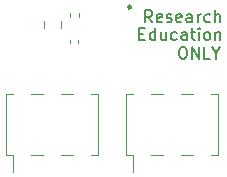
<source format=gto>
G04 #@! TF.GenerationSoftware,KiCad,Pcbnew,9.0.2*
G04 #@! TF.CreationDate,2025-07-28T15:17:51+01:00*
G04 #@! TF.ProjectId,NB3_mouth,4e42335f-6d6f-4757-9468-2e6b69636164,0.0.3*
G04 #@! TF.SameCoordinates,PX86d97c0PY6ea0500*
G04 #@! TF.FileFunction,Legend,Top*
G04 #@! TF.FilePolarity,Positive*
%FSLAX46Y46*%
G04 Gerber Fmt 4.6, Leading zero omitted, Abs format (unit mm)*
G04 Created by KiCad (PCBNEW 9.0.2) date 2025-07-28 15:17:51*
%MOMM*%
%LPD*%
G01*
G04 APERTURE LIST*
%ADD10C,0.150000*%
%ADD11C,0.250000*%
%ADD12C,0.120000*%
G04 APERTURE END LIST*
D10*
X15927255Y13530181D02*
X16117731Y13530181D01*
X16117731Y13530181D02*
X16212969Y13482562D01*
X16212969Y13482562D02*
X16308207Y13387324D01*
X16308207Y13387324D02*
X16355826Y13196848D01*
X16355826Y13196848D02*
X16355826Y12863515D01*
X16355826Y12863515D02*
X16308207Y12673039D01*
X16308207Y12673039D02*
X16212969Y12577800D01*
X16212969Y12577800D02*
X16117731Y12530181D01*
X16117731Y12530181D02*
X15927255Y12530181D01*
X15927255Y12530181D02*
X15832017Y12577800D01*
X15832017Y12577800D02*
X15736779Y12673039D01*
X15736779Y12673039D02*
X15689160Y12863515D01*
X15689160Y12863515D02*
X15689160Y13196848D01*
X15689160Y13196848D02*
X15736779Y13387324D01*
X15736779Y13387324D02*
X15832017Y13482562D01*
X15832017Y13482562D02*
X15927255Y13530181D01*
X16784398Y12530181D02*
X16784398Y13530181D01*
X16784398Y13530181D02*
X17355826Y12530181D01*
X17355826Y12530181D02*
X17355826Y13530181D01*
X18308207Y12530181D02*
X17832017Y12530181D01*
X17832017Y12530181D02*
X17832017Y13530181D01*
X18832017Y13006372D02*
X18832017Y12530181D01*
X18498684Y13530181D02*
X18832017Y13006372D01*
X18832017Y13006372D02*
X19165350Y13530181D01*
X13408207Y15630181D02*
X13074874Y16106372D01*
X12836779Y15630181D02*
X12836779Y16630181D01*
X12836779Y16630181D02*
X13217731Y16630181D01*
X13217731Y16630181D02*
X13312969Y16582562D01*
X13312969Y16582562D02*
X13360588Y16534943D01*
X13360588Y16534943D02*
X13408207Y16439705D01*
X13408207Y16439705D02*
X13408207Y16296848D01*
X13408207Y16296848D02*
X13360588Y16201610D01*
X13360588Y16201610D02*
X13312969Y16153991D01*
X13312969Y16153991D02*
X13217731Y16106372D01*
X13217731Y16106372D02*
X12836779Y16106372D01*
X14217731Y15677800D02*
X14122493Y15630181D01*
X14122493Y15630181D02*
X13932017Y15630181D01*
X13932017Y15630181D02*
X13836779Y15677800D01*
X13836779Y15677800D02*
X13789160Y15773039D01*
X13789160Y15773039D02*
X13789160Y16153991D01*
X13789160Y16153991D02*
X13836779Y16249229D01*
X13836779Y16249229D02*
X13932017Y16296848D01*
X13932017Y16296848D02*
X14122493Y16296848D01*
X14122493Y16296848D02*
X14217731Y16249229D01*
X14217731Y16249229D02*
X14265350Y16153991D01*
X14265350Y16153991D02*
X14265350Y16058753D01*
X14265350Y16058753D02*
X13789160Y15963515D01*
X14646303Y15677800D02*
X14741541Y15630181D01*
X14741541Y15630181D02*
X14932017Y15630181D01*
X14932017Y15630181D02*
X15027255Y15677800D01*
X15027255Y15677800D02*
X15074874Y15773039D01*
X15074874Y15773039D02*
X15074874Y15820658D01*
X15074874Y15820658D02*
X15027255Y15915896D01*
X15027255Y15915896D02*
X14932017Y15963515D01*
X14932017Y15963515D02*
X14789160Y15963515D01*
X14789160Y15963515D02*
X14693922Y16011134D01*
X14693922Y16011134D02*
X14646303Y16106372D01*
X14646303Y16106372D02*
X14646303Y16153991D01*
X14646303Y16153991D02*
X14693922Y16249229D01*
X14693922Y16249229D02*
X14789160Y16296848D01*
X14789160Y16296848D02*
X14932017Y16296848D01*
X14932017Y16296848D02*
X15027255Y16249229D01*
X15884398Y15677800D02*
X15789160Y15630181D01*
X15789160Y15630181D02*
X15598684Y15630181D01*
X15598684Y15630181D02*
X15503446Y15677800D01*
X15503446Y15677800D02*
X15455827Y15773039D01*
X15455827Y15773039D02*
X15455827Y16153991D01*
X15455827Y16153991D02*
X15503446Y16249229D01*
X15503446Y16249229D02*
X15598684Y16296848D01*
X15598684Y16296848D02*
X15789160Y16296848D01*
X15789160Y16296848D02*
X15884398Y16249229D01*
X15884398Y16249229D02*
X15932017Y16153991D01*
X15932017Y16153991D02*
X15932017Y16058753D01*
X15932017Y16058753D02*
X15455827Y15963515D01*
X16789160Y15630181D02*
X16789160Y16153991D01*
X16789160Y16153991D02*
X16741541Y16249229D01*
X16741541Y16249229D02*
X16646303Y16296848D01*
X16646303Y16296848D02*
X16455827Y16296848D01*
X16455827Y16296848D02*
X16360589Y16249229D01*
X16789160Y15677800D02*
X16693922Y15630181D01*
X16693922Y15630181D02*
X16455827Y15630181D01*
X16455827Y15630181D02*
X16360589Y15677800D01*
X16360589Y15677800D02*
X16312970Y15773039D01*
X16312970Y15773039D02*
X16312970Y15868277D01*
X16312970Y15868277D02*
X16360589Y15963515D01*
X16360589Y15963515D02*
X16455827Y16011134D01*
X16455827Y16011134D02*
X16693922Y16011134D01*
X16693922Y16011134D02*
X16789160Y16058753D01*
X17265351Y15630181D02*
X17265351Y16296848D01*
X17265351Y16106372D02*
X17312970Y16201610D01*
X17312970Y16201610D02*
X17360589Y16249229D01*
X17360589Y16249229D02*
X17455827Y16296848D01*
X17455827Y16296848D02*
X17551065Y16296848D01*
X18312970Y15677800D02*
X18217732Y15630181D01*
X18217732Y15630181D02*
X18027256Y15630181D01*
X18027256Y15630181D02*
X17932018Y15677800D01*
X17932018Y15677800D02*
X17884399Y15725420D01*
X17884399Y15725420D02*
X17836780Y15820658D01*
X17836780Y15820658D02*
X17836780Y16106372D01*
X17836780Y16106372D02*
X17884399Y16201610D01*
X17884399Y16201610D02*
X17932018Y16249229D01*
X17932018Y16249229D02*
X18027256Y16296848D01*
X18027256Y16296848D02*
X18217732Y16296848D01*
X18217732Y16296848D02*
X18312970Y16249229D01*
X18741542Y15630181D02*
X18741542Y16630181D01*
X19170113Y15630181D02*
X19170113Y16153991D01*
X19170113Y16153991D02*
X19122494Y16249229D01*
X19122494Y16249229D02*
X19027256Y16296848D01*
X19027256Y16296848D02*
X18884399Y16296848D01*
X18884399Y16296848D02*
X18789161Y16249229D01*
X18789161Y16249229D02*
X18741542Y16201610D01*
X12336779Y14653991D02*
X12670112Y14653991D01*
X12812969Y14130181D02*
X12336779Y14130181D01*
X12336779Y14130181D02*
X12336779Y15130181D01*
X12336779Y15130181D02*
X12812969Y15130181D01*
X13670112Y14130181D02*
X13670112Y15130181D01*
X13670112Y14177800D02*
X13574874Y14130181D01*
X13574874Y14130181D02*
X13384398Y14130181D01*
X13384398Y14130181D02*
X13289160Y14177800D01*
X13289160Y14177800D02*
X13241541Y14225420D01*
X13241541Y14225420D02*
X13193922Y14320658D01*
X13193922Y14320658D02*
X13193922Y14606372D01*
X13193922Y14606372D02*
X13241541Y14701610D01*
X13241541Y14701610D02*
X13289160Y14749229D01*
X13289160Y14749229D02*
X13384398Y14796848D01*
X13384398Y14796848D02*
X13574874Y14796848D01*
X13574874Y14796848D02*
X13670112Y14749229D01*
X14574874Y14796848D02*
X14574874Y14130181D01*
X14146303Y14796848D02*
X14146303Y14273039D01*
X14146303Y14273039D02*
X14193922Y14177800D01*
X14193922Y14177800D02*
X14289160Y14130181D01*
X14289160Y14130181D02*
X14432017Y14130181D01*
X14432017Y14130181D02*
X14527255Y14177800D01*
X14527255Y14177800D02*
X14574874Y14225420D01*
X15479636Y14177800D02*
X15384398Y14130181D01*
X15384398Y14130181D02*
X15193922Y14130181D01*
X15193922Y14130181D02*
X15098684Y14177800D01*
X15098684Y14177800D02*
X15051065Y14225420D01*
X15051065Y14225420D02*
X15003446Y14320658D01*
X15003446Y14320658D02*
X15003446Y14606372D01*
X15003446Y14606372D02*
X15051065Y14701610D01*
X15051065Y14701610D02*
X15098684Y14749229D01*
X15098684Y14749229D02*
X15193922Y14796848D01*
X15193922Y14796848D02*
X15384398Y14796848D01*
X15384398Y14796848D02*
X15479636Y14749229D01*
X16336779Y14130181D02*
X16336779Y14653991D01*
X16336779Y14653991D02*
X16289160Y14749229D01*
X16289160Y14749229D02*
X16193922Y14796848D01*
X16193922Y14796848D02*
X16003446Y14796848D01*
X16003446Y14796848D02*
X15908208Y14749229D01*
X16336779Y14177800D02*
X16241541Y14130181D01*
X16241541Y14130181D02*
X16003446Y14130181D01*
X16003446Y14130181D02*
X15908208Y14177800D01*
X15908208Y14177800D02*
X15860589Y14273039D01*
X15860589Y14273039D02*
X15860589Y14368277D01*
X15860589Y14368277D02*
X15908208Y14463515D01*
X15908208Y14463515D02*
X16003446Y14511134D01*
X16003446Y14511134D02*
X16241541Y14511134D01*
X16241541Y14511134D02*
X16336779Y14558753D01*
X16670113Y14796848D02*
X17051065Y14796848D01*
X16812970Y15130181D02*
X16812970Y14273039D01*
X16812970Y14273039D02*
X16860589Y14177800D01*
X16860589Y14177800D02*
X16955827Y14130181D01*
X16955827Y14130181D02*
X17051065Y14130181D01*
X17384399Y14130181D02*
X17384399Y14796848D01*
X17384399Y15130181D02*
X17336780Y15082562D01*
X17336780Y15082562D02*
X17384399Y15034943D01*
X17384399Y15034943D02*
X17432018Y15082562D01*
X17432018Y15082562D02*
X17384399Y15130181D01*
X17384399Y15130181D02*
X17384399Y15034943D01*
X18003446Y14130181D02*
X17908208Y14177800D01*
X17908208Y14177800D02*
X17860589Y14225420D01*
X17860589Y14225420D02*
X17812970Y14320658D01*
X17812970Y14320658D02*
X17812970Y14606372D01*
X17812970Y14606372D02*
X17860589Y14701610D01*
X17860589Y14701610D02*
X17908208Y14749229D01*
X17908208Y14749229D02*
X18003446Y14796848D01*
X18003446Y14796848D02*
X18146303Y14796848D01*
X18146303Y14796848D02*
X18241541Y14749229D01*
X18241541Y14749229D02*
X18289160Y14701610D01*
X18289160Y14701610D02*
X18336779Y14606372D01*
X18336779Y14606372D02*
X18336779Y14320658D01*
X18336779Y14320658D02*
X18289160Y14225420D01*
X18289160Y14225420D02*
X18241541Y14177800D01*
X18241541Y14177800D02*
X18146303Y14130181D01*
X18146303Y14130181D02*
X18003446Y14130181D01*
X18765351Y14796848D02*
X18765351Y14130181D01*
X18765351Y14701610D02*
X18812970Y14749229D01*
X18812970Y14749229D02*
X18908208Y14796848D01*
X18908208Y14796848D02*
X19051065Y14796848D01*
X19051065Y14796848D02*
X19146303Y14749229D01*
X19146303Y14749229D02*
X19193922Y14653991D01*
X19193922Y14653991D02*
X19193922Y14130181D01*
D11*
X11625000Y16900000D02*
G75*
G02*
X11375000Y16900000I-125000J0D01*
G01*
X11375000Y16900000D02*
G75*
G02*
X11625000Y16900000I125000J0D01*
G01*
D12*
X4265000Y15163748D02*
X4265000Y15686252D01*
X5735000Y15163748D02*
X5735000Y15686252D01*
X6420000Y16096359D02*
X6420000Y16403641D01*
X7180000Y16096359D02*
X7180000Y16403641D01*
X6440000Y14087836D02*
X6440000Y13872164D01*
X7160000Y14087836D02*
X7160000Y13872164D01*
X11210000Y9575000D02*
X11780000Y9575000D01*
X11210000Y4375000D02*
X11210000Y9575000D01*
X11210000Y4375000D02*
X11780000Y4375000D01*
X11780000Y2935000D02*
X11780000Y4375000D01*
X13300000Y9575000D02*
X14320000Y9575000D01*
X13300000Y4375000D02*
X14320000Y4375000D01*
X15840000Y9575000D02*
X16860000Y9575000D01*
X15840000Y4375000D02*
X16860000Y4375000D01*
X18380000Y9575000D02*
X18950000Y9575000D01*
X18380000Y4375000D02*
X18950000Y4375000D01*
X18950000Y4375000D02*
X18950000Y9575000D01*
X1050000Y9575000D02*
X1620000Y9575000D01*
X1050000Y4375000D02*
X1050000Y9575000D01*
X1050000Y4375000D02*
X1620000Y4375000D01*
X1620000Y2935000D02*
X1620000Y4375000D01*
X3140000Y9575000D02*
X4160000Y9575000D01*
X3140000Y4375000D02*
X4160000Y4375000D01*
X5680000Y9575000D02*
X6700000Y9575000D01*
X5680000Y4375000D02*
X6700000Y4375000D01*
X8220000Y9575000D02*
X8790000Y9575000D01*
X8220000Y4375000D02*
X8790000Y4375000D01*
X8790000Y4375000D02*
X8790000Y9575000D01*
M02*

</source>
